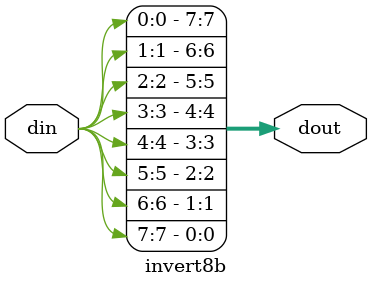
<source format=v>

module invert8b(
din,
dout
);
input [7:0] din;
output [7:0] dout;
//--------------------------
//--------------------------
wire [7:0] dout;
assign dout[7] = din[0];
assign dout[6] = din[1];
assign dout[5] = din[2];
assign dout[4] = din[3];
assign dout[3] = din[4];
assign dout[2] = din[5];
assign dout[1] = din[6];
assign dout[0] = din[7];
endmodule

</source>
